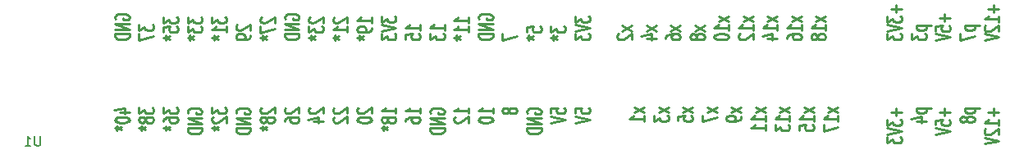
<source format=gbr>
G04 #@! TF.GenerationSoftware,KiCad,Pcbnew,(5.1.2)-1*
G04 #@! TF.CreationDate,2021-01-27T20:04:39+01:00*
G04 #@! TF.ProjectId,proto_simple,70726f74-6f5f-4736-996d-706c652e6b69,rev?*
G04 #@! TF.SameCoordinates,Original*
G04 #@! TF.FileFunction,Legend,Bot*
G04 #@! TF.FilePolarity,Positive*
%FSLAX46Y46*%
G04 Gerber Fmt 4.6, Leading zero omitted, Abs format (unit mm)*
G04 Created by KiCad (PCBNEW (5.1.2)-1) date 2021-01-27 20:04:39*
%MOMM*%
%LPD*%
G04 APERTURE LIST*
%ADD10C,0.250000*%
%ADD11C,0.150000*%
G04 APERTURE END LIST*
D10*
X57632971Y14960042D02*
X56632971Y14436233D01*
X56632971Y14960042D02*
X57632971Y14436233D01*
X57632971Y13531471D02*
X57632971Y14102900D01*
X57632971Y13817185D02*
X56132971Y13817185D01*
X56347257Y13912423D01*
X56490114Y14007661D01*
X56561542Y14102900D01*
X60132971Y14960042D02*
X59132971Y14436233D01*
X59132971Y14960042D02*
X60132971Y14436233D01*
X58632971Y14150519D02*
X58632971Y13531471D01*
X59204400Y13864804D01*
X59204400Y13721947D01*
X59275828Y13626709D01*
X59347257Y13579090D01*
X59490114Y13531471D01*
X59847257Y13531471D01*
X59990114Y13579090D01*
X60061542Y13626709D01*
X60132971Y13721947D01*
X60132971Y14007661D01*
X60061542Y14102900D01*
X59990114Y14150519D01*
X62632971Y14960042D02*
X61632971Y14436233D01*
X61632971Y14960042D02*
X62632971Y14436233D01*
X61132971Y13579090D02*
X61132971Y14055280D01*
X61847257Y14102900D01*
X61775828Y14055280D01*
X61704400Y13960042D01*
X61704400Y13721947D01*
X61775828Y13626709D01*
X61847257Y13579090D01*
X61990114Y13531471D01*
X62347257Y13531471D01*
X62490114Y13579090D01*
X62561542Y13626709D01*
X62632971Y13721947D01*
X62632971Y13960042D01*
X62561542Y14055280D01*
X62490114Y14102900D01*
X65132971Y14960042D02*
X64132971Y14436233D01*
X64132971Y14960042D02*
X65132971Y14436233D01*
X63632971Y14150519D02*
X63632971Y13483852D01*
X65132971Y13912423D01*
X67632971Y14960042D02*
X66632971Y14436233D01*
X66632971Y14960042D02*
X67632971Y14436233D01*
X67632971Y14007661D02*
X67632971Y13817185D01*
X67561542Y13721947D01*
X67490114Y13674328D01*
X67275828Y13579090D01*
X66990114Y13531471D01*
X66418685Y13531471D01*
X66275828Y13579090D01*
X66204400Y13626709D01*
X66132971Y13721947D01*
X66132971Y13912423D01*
X66204400Y14007661D01*
X66275828Y14055280D01*
X66418685Y14102900D01*
X66775828Y14102900D01*
X66918685Y14055280D01*
X66990114Y14007661D01*
X67061542Y13912423D01*
X67061542Y13721947D01*
X66990114Y13626709D01*
X66918685Y13579090D01*
X66775828Y13531471D01*
X70132971Y14960042D02*
X69132971Y14436233D01*
X69132971Y14960042D02*
X70132971Y14436233D01*
X70132971Y13531471D02*
X70132971Y14102900D01*
X70132971Y13817185D02*
X68632971Y13817185D01*
X68847257Y13912423D01*
X68990114Y14007661D01*
X69061542Y14102900D01*
X70132971Y12579090D02*
X70132971Y13150519D01*
X70132971Y12864804D02*
X68632971Y12864804D01*
X68847257Y12960042D01*
X68990114Y13055280D01*
X69061542Y13150519D01*
X72632971Y14960042D02*
X71632971Y14436233D01*
X71632971Y14960042D02*
X72632971Y14436233D01*
X72632971Y13531471D02*
X72632971Y14102900D01*
X72632971Y13817185D02*
X71132971Y13817185D01*
X71347257Y13912423D01*
X71490114Y14007661D01*
X71561542Y14102900D01*
X71132971Y13198138D02*
X71132971Y12579090D01*
X71704400Y12912423D01*
X71704400Y12769566D01*
X71775828Y12674328D01*
X71847257Y12626709D01*
X71990114Y12579090D01*
X72347257Y12579090D01*
X72490114Y12626709D01*
X72561542Y12674328D01*
X72632971Y12769566D01*
X72632971Y13055280D01*
X72561542Y13150519D01*
X72490114Y13198138D01*
X75132971Y14960042D02*
X74132971Y14436233D01*
X74132971Y14960042D02*
X75132971Y14436233D01*
X75132971Y13531471D02*
X75132971Y14102900D01*
X75132971Y13817185D02*
X73632971Y13817185D01*
X73847257Y13912423D01*
X73990114Y14007661D01*
X74061542Y14102900D01*
X73632971Y12626709D02*
X73632971Y13102900D01*
X74347257Y13150519D01*
X74275828Y13102900D01*
X74204400Y13007661D01*
X74204400Y12769566D01*
X74275828Y12674328D01*
X74347257Y12626709D01*
X74490114Y12579090D01*
X74847257Y12579090D01*
X74990114Y12626709D01*
X75061542Y12674328D01*
X75132971Y12769566D01*
X75132971Y13007661D01*
X75061542Y13102900D01*
X74990114Y13150519D01*
X77632971Y14960042D02*
X76632971Y14436233D01*
X76632971Y14960042D02*
X77632971Y14436233D01*
X77632971Y13531471D02*
X77632971Y14102900D01*
X77632971Y13817185D02*
X76132971Y13817185D01*
X76347257Y13912423D01*
X76490114Y14007661D01*
X76561542Y14102900D01*
X76132971Y13198138D02*
X76132971Y12531471D01*
X77632971Y12960042D01*
X83651542Y14864804D02*
X83651542Y14102900D01*
X84222971Y14483852D02*
X83080114Y14483852D01*
X82722971Y13721947D02*
X82722971Y13102900D01*
X83294400Y13436233D01*
X83294400Y13293376D01*
X83365828Y13198138D01*
X83437257Y13150519D01*
X83580114Y13102900D01*
X83937257Y13102900D01*
X84080114Y13150519D01*
X84151542Y13198138D01*
X84222971Y13293376D01*
X84222971Y13579090D01*
X84151542Y13674328D01*
X84080114Y13721947D01*
X82722971Y12817185D02*
X84222971Y12483852D01*
X82722971Y12150519D01*
X82722971Y11912423D02*
X82722971Y11293376D01*
X83294400Y11626709D01*
X83294400Y11483852D01*
X83365828Y11388614D01*
X83437257Y11340995D01*
X83580114Y11293376D01*
X83937257Y11293376D01*
X84080114Y11340995D01*
X84151542Y11388614D01*
X84222971Y11483852D01*
X84222971Y11769566D01*
X84151542Y11864804D01*
X84080114Y11912423D01*
X85722971Y14864804D02*
X87222971Y14864804D01*
X85794400Y14864804D02*
X85722971Y14769566D01*
X85722971Y14579090D01*
X85794400Y14483852D01*
X85865828Y14436233D01*
X86008685Y14388614D01*
X86437257Y14388614D01*
X86580114Y14436233D01*
X86651542Y14483852D01*
X86722971Y14579090D01*
X86722971Y14769566D01*
X86651542Y14864804D01*
X85722971Y13531471D02*
X86722971Y13531471D01*
X85151542Y13769566D02*
X86222971Y14007661D01*
X86222971Y13388614D01*
X88651542Y14864804D02*
X88651542Y14102900D01*
X89222971Y14483852D02*
X88080114Y14483852D01*
X87722971Y13150519D02*
X87722971Y13626709D01*
X88437257Y13674328D01*
X88365828Y13626709D01*
X88294400Y13531471D01*
X88294400Y13293376D01*
X88365828Y13198138D01*
X88437257Y13150519D01*
X88580114Y13102900D01*
X88937257Y13102900D01*
X89080114Y13150519D01*
X89151542Y13198138D01*
X89222971Y13293376D01*
X89222971Y13531471D01*
X89151542Y13626709D01*
X89080114Y13674328D01*
X87722971Y12817185D02*
X89222971Y12483852D01*
X87722971Y12150519D01*
X90722971Y14864804D02*
X92222971Y14864804D01*
X90794400Y14864804D02*
X90722971Y14769566D01*
X90722971Y14579090D01*
X90794400Y14483852D01*
X90865828Y14436233D01*
X91008685Y14388614D01*
X91437257Y14388614D01*
X91580114Y14436233D01*
X91651542Y14483852D01*
X91722971Y14579090D01*
X91722971Y14769566D01*
X91651542Y14864804D01*
X90865828Y13817185D02*
X90794400Y13912423D01*
X90722971Y13960042D01*
X90580114Y14007661D01*
X90508685Y14007661D01*
X90365828Y13960042D01*
X90294400Y13912423D01*
X90222971Y13817185D01*
X90222971Y13626709D01*
X90294400Y13531471D01*
X90365828Y13483852D01*
X90508685Y13436233D01*
X90580114Y13436233D01*
X90722971Y13483852D01*
X90794400Y13531471D01*
X90865828Y13626709D01*
X90865828Y13817185D01*
X90937257Y13912423D01*
X91008685Y13960042D01*
X91151542Y14007661D01*
X91437257Y14007661D01*
X91580114Y13960042D01*
X91651542Y13912423D01*
X91722971Y13817185D01*
X91722971Y13626709D01*
X91651542Y13531471D01*
X91580114Y13483852D01*
X91437257Y13436233D01*
X91151542Y13436233D01*
X91008685Y13483852D01*
X90937257Y13531471D01*
X90865828Y13626709D01*
X93651542Y14864804D02*
X93651542Y14102900D01*
X94222971Y14483852D02*
X93080114Y14483852D01*
X94222971Y13102900D02*
X94222971Y13674328D01*
X94222971Y13388614D02*
X92722971Y13388614D01*
X92937257Y13483852D01*
X93080114Y13579090D01*
X93151542Y13674328D01*
X92865828Y12721947D02*
X92794400Y12674328D01*
X92722971Y12579090D01*
X92722971Y12340995D01*
X92794400Y12245757D01*
X92865828Y12198138D01*
X93008685Y12150519D01*
X93151542Y12150519D01*
X93365828Y12198138D01*
X94222971Y12769566D01*
X94222971Y12150519D01*
X92722971Y11864804D02*
X94222971Y11531471D01*
X92722971Y11198138D01*
X83651542Y25539804D02*
X83651542Y24777900D01*
X84222971Y25158852D02*
X83080114Y25158852D01*
X82722971Y24396947D02*
X82722971Y23777900D01*
X83294400Y24111233D01*
X83294400Y23968376D01*
X83365828Y23873138D01*
X83437257Y23825519D01*
X83580114Y23777900D01*
X83937257Y23777900D01*
X84080114Y23825519D01*
X84151542Y23873138D01*
X84222971Y23968376D01*
X84222971Y24254090D01*
X84151542Y24349328D01*
X84080114Y24396947D01*
X82722971Y23492185D02*
X84222971Y23158852D01*
X82722971Y22825519D01*
X82722971Y22587423D02*
X82722971Y21968376D01*
X83294400Y22301709D01*
X83294400Y22158852D01*
X83365828Y22063614D01*
X83437257Y22015995D01*
X83580114Y21968376D01*
X83937257Y21968376D01*
X84080114Y22015995D01*
X84151542Y22063614D01*
X84222971Y22158852D01*
X84222971Y22444566D01*
X84151542Y22539804D01*
X84080114Y22587423D01*
X85722971Y23396947D02*
X87222971Y23396947D01*
X85794400Y23396947D02*
X85722971Y23301709D01*
X85722971Y23111233D01*
X85794400Y23015995D01*
X85865828Y22968376D01*
X86008685Y22920757D01*
X86437257Y22920757D01*
X86580114Y22968376D01*
X86651542Y23015995D01*
X86722971Y23111233D01*
X86722971Y23301709D01*
X86651542Y23396947D01*
X85222971Y22587423D02*
X85222971Y21968376D01*
X85794400Y22301709D01*
X85794400Y22158852D01*
X85865828Y22063614D01*
X85937257Y22015995D01*
X86080114Y21968376D01*
X86437257Y21968376D01*
X86580114Y22015995D01*
X86651542Y22063614D01*
X86722971Y22158852D01*
X86722971Y22444566D01*
X86651542Y22539804D01*
X86580114Y22587423D01*
X88651542Y24587423D02*
X88651542Y23825519D01*
X89222971Y24206471D02*
X88080114Y24206471D01*
X87722971Y22873138D02*
X87722971Y23349328D01*
X88437257Y23396947D01*
X88365828Y23349328D01*
X88294400Y23254090D01*
X88294400Y23015995D01*
X88365828Y22920757D01*
X88437257Y22873138D01*
X88580114Y22825519D01*
X88937257Y22825519D01*
X89080114Y22873138D01*
X89151542Y22920757D01*
X89222971Y23015995D01*
X89222971Y23254090D01*
X89151542Y23349328D01*
X89080114Y23396947D01*
X87722971Y22539804D02*
X89222971Y22206471D01*
X87722971Y21873138D01*
X90722971Y23396947D02*
X92222971Y23396947D01*
X90794400Y23396947D02*
X90722971Y23301709D01*
X90722971Y23111233D01*
X90794400Y23015995D01*
X90865828Y22968376D01*
X91008685Y22920757D01*
X91437257Y22920757D01*
X91580114Y22968376D01*
X91651542Y23015995D01*
X91722971Y23111233D01*
X91722971Y23301709D01*
X91651542Y23396947D01*
X90222971Y22587423D02*
X90222971Y21920757D01*
X91722971Y22349328D01*
X93651542Y25539804D02*
X93651542Y24777900D01*
X94222971Y25158852D02*
X93080114Y25158852D01*
X94222971Y23777900D02*
X94222971Y24349328D01*
X94222971Y24063614D02*
X92722971Y24063614D01*
X92937257Y24158852D01*
X93080114Y24254090D01*
X93151542Y24349328D01*
X92865828Y23396947D02*
X92794400Y23349328D01*
X92722971Y23254090D01*
X92722971Y23015995D01*
X92794400Y22920757D01*
X92865828Y22873138D01*
X93008685Y22825519D01*
X93151542Y22825519D01*
X93365828Y22873138D01*
X94222971Y23444566D01*
X94222971Y22825519D01*
X92722971Y22539804D02*
X94222971Y22206471D01*
X92722971Y21873138D01*
X56362971Y23396947D02*
X55362971Y22873138D01*
X55362971Y23396947D02*
X56362971Y22873138D01*
X55005828Y22539804D02*
X54934400Y22492185D01*
X54862971Y22396947D01*
X54862971Y22158852D01*
X54934400Y22063614D01*
X55005828Y22015995D01*
X55148685Y21968376D01*
X55291542Y21968376D01*
X55505828Y22015995D01*
X56362971Y22587423D01*
X56362971Y21968376D01*
X58862971Y23396947D02*
X57862971Y22873138D01*
X57862971Y23396947D02*
X58862971Y22873138D01*
X57862971Y22063614D02*
X58862971Y22063614D01*
X57291542Y22301709D02*
X58362971Y22539804D01*
X58362971Y21920757D01*
X61362971Y23396947D02*
X60362971Y22873138D01*
X60362971Y23396947D02*
X61362971Y22873138D01*
X59862971Y22063614D02*
X59862971Y22254090D01*
X59934400Y22349328D01*
X60005828Y22396947D01*
X60220114Y22492185D01*
X60505828Y22539804D01*
X61077257Y22539804D01*
X61220114Y22492185D01*
X61291542Y22444566D01*
X61362971Y22349328D01*
X61362971Y22158852D01*
X61291542Y22063614D01*
X61220114Y22015995D01*
X61077257Y21968376D01*
X60720114Y21968376D01*
X60577257Y22015995D01*
X60505828Y22063614D01*
X60434400Y22158852D01*
X60434400Y22349328D01*
X60505828Y22444566D01*
X60577257Y22492185D01*
X60720114Y22539804D01*
X63862971Y23396947D02*
X62862971Y22873138D01*
X62862971Y23396947D02*
X63862971Y22873138D01*
X63005828Y22349328D02*
X62934400Y22444566D01*
X62862971Y22492185D01*
X62720114Y22539804D01*
X62648685Y22539804D01*
X62505828Y22492185D01*
X62434400Y22444566D01*
X62362971Y22349328D01*
X62362971Y22158852D01*
X62434400Y22063614D01*
X62505828Y22015995D01*
X62648685Y21968376D01*
X62720114Y21968376D01*
X62862971Y22015995D01*
X62934400Y22063614D01*
X63005828Y22158852D01*
X63005828Y22349328D01*
X63077257Y22444566D01*
X63148685Y22492185D01*
X63291542Y22539804D01*
X63577257Y22539804D01*
X63720114Y22492185D01*
X63791542Y22444566D01*
X63862971Y22349328D01*
X63862971Y22158852D01*
X63791542Y22063614D01*
X63720114Y22015995D01*
X63577257Y21968376D01*
X63291542Y21968376D01*
X63148685Y22015995D01*
X63077257Y22063614D01*
X63005828Y22158852D01*
X66362971Y24349328D02*
X65362971Y23825519D01*
X65362971Y24349328D02*
X66362971Y23825519D01*
X66362971Y22920757D02*
X66362971Y23492185D01*
X66362971Y23206471D02*
X64862971Y23206471D01*
X65077257Y23301709D01*
X65220114Y23396947D01*
X65291542Y23492185D01*
X64862971Y22301709D02*
X64862971Y22206471D01*
X64934400Y22111233D01*
X65005828Y22063614D01*
X65148685Y22015995D01*
X65434400Y21968376D01*
X65791542Y21968376D01*
X66077257Y22015995D01*
X66220114Y22063614D01*
X66291542Y22111233D01*
X66362971Y22206471D01*
X66362971Y22301709D01*
X66291542Y22396947D01*
X66220114Y22444566D01*
X66077257Y22492185D01*
X65791542Y22539804D01*
X65434400Y22539804D01*
X65148685Y22492185D01*
X65005828Y22444566D01*
X64934400Y22396947D01*
X64862971Y22301709D01*
X68862971Y24349328D02*
X67862971Y23825519D01*
X67862971Y24349328D02*
X68862971Y23825519D01*
X68862971Y22920757D02*
X68862971Y23492185D01*
X68862971Y23206471D02*
X67362971Y23206471D01*
X67577257Y23301709D01*
X67720114Y23396947D01*
X67791542Y23492185D01*
X67505828Y22539804D02*
X67434400Y22492185D01*
X67362971Y22396947D01*
X67362971Y22158852D01*
X67434400Y22063614D01*
X67505828Y22015995D01*
X67648685Y21968376D01*
X67791542Y21968376D01*
X68005828Y22015995D01*
X68862971Y22587423D01*
X68862971Y21968376D01*
X71362971Y24349328D02*
X70362971Y23825519D01*
X70362971Y24349328D02*
X71362971Y23825519D01*
X71362971Y22920757D02*
X71362971Y23492185D01*
X71362971Y23206471D02*
X69862971Y23206471D01*
X70077257Y23301709D01*
X70220114Y23396947D01*
X70291542Y23492185D01*
X70362971Y22063614D02*
X71362971Y22063614D01*
X69791542Y22301709D02*
X70862971Y22539804D01*
X70862971Y21920757D01*
X73862971Y24349328D02*
X72862971Y23825519D01*
X72862971Y24349328D02*
X73862971Y23825519D01*
X73862971Y22920757D02*
X73862971Y23492185D01*
X73862971Y23206471D02*
X72362971Y23206471D01*
X72577257Y23301709D01*
X72720114Y23396947D01*
X72791542Y23492185D01*
X72362971Y22063614D02*
X72362971Y22254090D01*
X72434400Y22349328D01*
X72505828Y22396947D01*
X72720114Y22492185D01*
X73005828Y22539804D01*
X73577257Y22539804D01*
X73720114Y22492185D01*
X73791542Y22444566D01*
X73862971Y22349328D01*
X73862971Y22158852D01*
X73791542Y22063614D01*
X73720114Y22015995D01*
X73577257Y21968376D01*
X73220114Y21968376D01*
X73077257Y22015995D01*
X73005828Y22063614D01*
X72934400Y22158852D01*
X72934400Y22349328D01*
X73005828Y22444566D01*
X73077257Y22492185D01*
X73220114Y22539804D01*
X76362971Y24349328D02*
X75362971Y23825519D01*
X75362971Y24349328D02*
X76362971Y23825519D01*
X76362971Y22920757D02*
X76362971Y23492185D01*
X76362971Y23206471D02*
X74862971Y23206471D01*
X75077257Y23301709D01*
X75220114Y23396947D01*
X75291542Y23492185D01*
X75505828Y22349328D02*
X75434400Y22444566D01*
X75362971Y22492185D01*
X75220114Y22539804D01*
X75148685Y22539804D01*
X75005828Y22492185D01*
X74934400Y22444566D01*
X74862971Y22349328D01*
X74862971Y22158852D01*
X74934400Y22063614D01*
X75005828Y22015995D01*
X75148685Y21968376D01*
X75220114Y21968376D01*
X75362971Y22015995D01*
X75434400Y22063614D01*
X75505828Y22158852D01*
X75505828Y22349328D01*
X75577257Y22444566D01*
X75648685Y22492185D01*
X75791542Y22539804D01*
X76077257Y22539804D01*
X76220114Y22492185D01*
X76291542Y22444566D01*
X76362971Y22349328D01*
X76362971Y22158852D01*
X76291542Y22063614D01*
X76220114Y22015995D01*
X76077257Y21968376D01*
X75791542Y21968376D01*
X75648685Y22015995D01*
X75577257Y22063614D01*
X75505828Y22158852D01*
X3084400Y24063614D02*
X3012971Y24158852D01*
X3012971Y24301709D01*
X3084400Y24444566D01*
X3227257Y24539804D01*
X3370114Y24587423D01*
X3655828Y24635042D01*
X3870114Y24635042D01*
X4155828Y24587423D01*
X4298685Y24539804D01*
X4441542Y24444566D01*
X4512971Y24301709D01*
X4512971Y24206471D01*
X4441542Y24063614D01*
X4370114Y24015995D01*
X3870114Y24015995D01*
X3870114Y24206471D01*
X4512971Y23587423D02*
X3012971Y23587423D01*
X4512971Y23015995D01*
X3012971Y23015995D01*
X4512971Y22539804D02*
X3012971Y22539804D01*
X3012971Y22301709D01*
X3084400Y22158852D01*
X3227257Y22063614D01*
X3370114Y22015995D01*
X3655828Y21968376D01*
X3870114Y21968376D01*
X4155828Y22015995D01*
X4298685Y22063614D01*
X4441542Y22158852D01*
X4512971Y22301709D01*
X4512971Y22539804D01*
X5512971Y23539804D02*
X5512971Y22920757D01*
X6084400Y23254090D01*
X6084400Y23111233D01*
X6155828Y23015995D01*
X6227257Y22968376D01*
X6370114Y22920757D01*
X6727257Y22920757D01*
X6870114Y22968376D01*
X6941542Y23015995D01*
X7012971Y23111233D01*
X7012971Y23396947D01*
X6941542Y23492185D01*
X6870114Y23539804D01*
X5512971Y22587423D02*
X5512971Y21920757D01*
X7012971Y22349328D01*
X8012971Y24301709D02*
X8012971Y23682661D01*
X8584400Y24015995D01*
X8584400Y23873138D01*
X8655828Y23777900D01*
X8727257Y23730280D01*
X8870114Y23682661D01*
X9227257Y23682661D01*
X9370114Y23730280D01*
X9441542Y23777900D01*
X9512971Y23873138D01*
X9512971Y24158852D01*
X9441542Y24254090D01*
X9370114Y24301709D01*
X8012971Y22777900D02*
X8012971Y23254090D01*
X8727257Y23301709D01*
X8655828Y23254090D01*
X8584400Y23158852D01*
X8584400Y22920757D01*
X8655828Y22825519D01*
X8727257Y22777900D01*
X8870114Y22730280D01*
X9227257Y22730280D01*
X9370114Y22777900D01*
X9441542Y22825519D01*
X9512971Y22920757D01*
X9512971Y23158852D01*
X9441542Y23254090D01*
X9370114Y23301709D01*
X8012971Y22158852D02*
X8370114Y22158852D01*
X8227257Y22396947D02*
X8370114Y22158852D01*
X8227257Y21920757D01*
X8655828Y22301709D02*
X8370114Y22158852D01*
X8655828Y22015995D01*
X10512971Y24301709D02*
X10512971Y23682661D01*
X11084400Y24015995D01*
X11084400Y23873138D01*
X11155828Y23777900D01*
X11227257Y23730280D01*
X11370114Y23682661D01*
X11727257Y23682661D01*
X11870114Y23730280D01*
X11941542Y23777900D01*
X12012971Y23873138D01*
X12012971Y24158852D01*
X11941542Y24254090D01*
X11870114Y24301709D01*
X10512971Y23349328D02*
X10512971Y22730280D01*
X11084400Y23063614D01*
X11084400Y22920757D01*
X11155828Y22825519D01*
X11227257Y22777900D01*
X11370114Y22730280D01*
X11727257Y22730280D01*
X11870114Y22777900D01*
X11941542Y22825519D01*
X12012971Y22920757D01*
X12012971Y23206471D01*
X11941542Y23301709D01*
X11870114Y23349328D01*
X10512971Y22158852D02*
X10870114Y22158852D01*
X10727257Y22396947D02*
X10870114Y22158852D01*
X10727257Y21920757D01*
X11155828Y22301709D02*
X10870114Y22158852D01*
X11155828Y22015995D01*
X13012971Y24301709D02*
X13012971Y23682661D01*
X13584400Y24015995D01*
X13584400Y23873138D01*
X13655828Y23777900D01*
X13727257Y23730280D01*
X13870114Y23682661D01*
X14227257Y23682661D01*
X14370114Y23730280D01*
X14441542Y23777900D01*
X14512971Y23873138D01*
X14512971Y24158852D01*
X14441542Y24254090D01*
X14370114Y24301709D01*
X14512971Y22730280D02*
X14512971Y23301709D01*
X14512971Y23015995D02*
X13012971Y23015995D01*
X13227257Y23111233D01*
X13370114Y23206471D01*
X13441542Y23301709D01*
X13012971Y22158852D02*
X13370114Y22158852D01*
X13227257Y22396947D02*
X13370114Y22158852D01*
X13227257Y21920757D01*
X13655828Y22301709D02*
X13370114Y22158852D01*
X13655828Y22015995D01*
X15655828Y23492185D02*
X15584400Y23444566D01*
X15512971Y23349328D01*
X15512971Y23111233D01*
X15584400Y23015995D01*
X15655828Y22968376D01*
X15798685Y22920757D01*
X15941542Y22920757D01*
X16155828Y22968376D01*
X17012971Y23539804D01*
X17012971Y22920757D01*
X17012971Y22444566D02*
X17012971Y22254090D01*
X16941542Y22158852D01*
X16870114Y22111233D01*
X16655828Y22015995D01*
X16370114Y21968376D01*
X15798685Y21968376D01*
X15655828Y22015995D01*
X15584400Y22063614D01*
X15512971Y22158852D01*
X15512971Y22349328D01*
X15584400Y22444566D01*
X15655828Y22492185D01*
X15798685Y22539804D01*
X16155828Y22539804D01*
X16298685Y22492185D01*
X16370114Y22444566D01*
X16441542Y22349328D01*
X16441542Y22158852D01*
X16370114Y22063614D01*
X16298685Y22015995D01*
X16155828Y21968376D01*
X18155828Y24254090D02*
X18084400Y24206471D01*
X18012971Y24111233D01*
X18012971Y23873138D01*
X18084400Y23777900D01*
X18155828Y23730280D01*
X18298685Y23682661D01*
X18441542Y23682661D01*
X18655828Y23730280D01*
X19512971Y24301709D01*
X19512971Y23682661D01*
X18012971Y23349328D02*
X18012971Y22682661D01*
X19512971Y23111233D01*
X18012971Y22158852D02*
X18370114Y22158852D01*
X18227257Y22396947D02*
X18370114Y22158852D01*
X18227257Y21920757D01*
X18655828Y22301709D02*
X18370114Y22158852D01*
X18655828Y22015995D01*
X20584400Y24063614D02*
X20512971Y24158852D01*
X20512971Y24301709D01*
X20584400Y24444566D01*
X20727257Y24539804D01*
X20870114Y24587423D01*
X21155828Y24635042D01*
X21370114Y24635042D01*
X21655828Y24587423D01*
X21798685Y24539804D01*
X21941542Y24444566D01*
X22012971Y24301709D01*
X22012971Y24206471D01*
X21941542Y24063614D01*
X21870114Y24015995D01*
X21370114Y24015995D01*
X21370114Y24206471D01*
X22012971Y23587423D02*
X20512971Y23587423D01*
X22012971Y23015995D01*
X20512971Y23015995D01*
X22012971Y22539804D02*
X20512971Y22539804D01*
X20512971Y22301709D01*
X20584400Y22158852D01*
X20727257Y22063614D01*
X20870114Y22015995D01*
X21155828Y21968376D01*
X21370114Y21968376D01*
X21655828Y22015995D01*
X21798685Y22063614D01*
X21941542Y22158852D01*
X22012971Y22301709D01*
X22012971Y22539804D01*
X23155828Y24254090D02*
X23084400Y24206471D01*
X23012971Y24111233D01*
X23012971Y23873138D01*
X23084400Y23777900D01*
X23155828Y23730280D01*
X23298685Y23682661D01*
X23441542Y23682661D01*
X23655828Y23730280D01*
X24512971Y24301709D01*
X24512971Y23682661D01*
X23012971Y23349328D02*
X23012971Y22730280D01*
X23584400Y23063614D01*
X23584400Y22920757D01*
X23655828Y22825519D01*
X23727257Y22777900D01*
X23870114Y22730280D01*
X24227257Y22730280D01*
X24370114Y22777900D01*
X24441542Y22825519D01*
X24512971Y22920757D01*
X24512971Y23206471D01*
X24441542Y23301709D01*
X24370114Y23349328D01*
X23012971Y22158852D02*
X23370114Y22158852D01*
X23227257Y22396947D02*
X23370114Y22158852D01*
X23227257Y21920757D01*
X23655828Y22301709D02*
X23370114Y22158852D01*
X23655828Y22015995D01*
X25655828Y24254090D02*
X25584400Y24206471D01*
X25512971Y24111233D01*
X25512971Y23873138D01*
X25584400Y23777900D01*
X25655828Y23730280D01*
X25798685Y23682661D01*
X25941542Y23682661D01*
X26155828Y23730280D01*
X27012971Y24301709D01*
X27012971Y23682661D01*
X27012971Y22730280D02*
X27012971Y23301709D01*
X27012971Y23015995D02*
X25512971Y23015995D01*
X25727257Y23111233D01*
X25870114Y23206471D01*
X25941542Y23301709D01*
X25512971Y22158852D02*
X25870114Y22158852D01*
X25727257Y22396947D02*
X25870114Y22158852D01*
X25727257Y21920757D01*
X26155828Y22301709D02*
X25870114Y22158852D01*
X26155828Y22015995D01*
X29512971Y23682661D02*
X29512971Y24254090D01*
X29512971Y23968376D02*
X28012971Y23968376D01*
X28227257Y24063614D01*
X28370114Y24158852D01*
X28441542Y24254090D01*
X29512971Y23206471D02*
X29512971Y23015995D01*
X29441542Y22920757D01*
X29370114Y22873138D01*
X29155828Y22777900D01*
X28870114Y22730280D01*
X28298685Y22730280D01*
X28155828Y22777900D01*
X28084400Y22825519D01*
X28012971Y22920757D01*
X28012971Y23111233D01*
X28084400Y23206471D01*
X28155828Y23254090D01*
X28298685Y23301709D01*
X28655828Y23301709D01*
X28798685Y23254090D01*
X28870114Y23206471D01*
X28941542Y23111233D01*
X28941542Y22920757D01*
X28870114Y22825519D01*
X28798685Y22777900D01*
X28655828Y22730280D01*
X28012971Y22158852D02*
X28370114Y22158852D01*
X28227257Y22396947D02*
X28370114Y22158852D01*
X28227257Y21920757D01*
X28655828Y22301709D02*
X28370114Y22158852D01*
X28655828Y22015995D01*
X30512971Y24396947D02*
X30512971Y23777900D01*
X31084400Y24111233D01*
X31084400Y23968376D01*
X31155828Y23873138D01*
X31227257Y23825519D01*
X31370114Y23777900D01*
X31727257Y23777900D01*
X31870114Y23825519D01*
X31941542Y23873138D01*
X32012971Y23968376D01*
X32012971Y24254090D01*
X31941542Y24349328D01*
X31870114Y24396947D01*
X30512971Y23492185D02*
X32012971Y23158852D01*
X30512971Y22825519D01*
X30512971Y22587423D02*
X30512971Y21968376D01*
X31084400Y22301709D01*
X31084400Y22158852D01*
X31155828Y22063614D01*
X31227257Y22015995D01*
X31370114Y21968376D01*
X31727257Y21968376D01*
X31870114Y22015995D01*
X31941542Y22063614D01*
X32012971Y22158852D01*
X32012971Y22444566D01*
X31941542Y22539804D01*
X31870114Y22587423D01*
X34512971Y22920757D02*
X34512971Y23492185D01*
X34512971Y23206471D02*
X33012971Y23206471D01*
X33227257Y23301709D01*
X33370114Y23396947D01*
X33441542Y23492185D01*
X33012971Y22015995D02*
X33012971Y22492185D01*
X33727257Y22539804D01*
X33655828Y22492185D01*
X33584400Y22396947D01*
X33584400Y22158852D01*
X33655828Y22063614D01*
X33727257Y22015995D01*
X33870114Y21968376D01*
X34227257Y21968376D01*
X34370114Y22015995D01*
X34441542Y22063614D01*
X34512971Y22158852D01*
X34512971Y22396947D01*
X34441542Y22492185D01*
X34370114Y22539804D01*
X37012971Y22920757D02*
X37012971Y23492185D01*
X37012971Y23206471D02*
X35512971Y23206471D01*
X35727257Y23301709D01*
X35870114Y23396947D01*
X35941542Y23492185D01*
X35512971Y22587423D02*
X35512971Y21968376D01*
X36084400Y22301709D01*
X36084400Y22158852D01*
X36155828Y22063614D01*
X36227257Y22015995D01*
X36370114Y21968376D01*
X36727257Y21968376D01*
X36870114Y22015995D01*
X36941542Y22063614D01*
X37012971Y22158852D01*
X37012971Y22444566D01*
X36941542Y22539804D01*
X36870114Y22587423D01*
X39512971Y23682661D02*
X39512971Y24254090D01*
X39512971Y23968376D02*
X38012971Y23968376D01*
X38227257Y24063614D01*
X38370114Y24158852D01*
X38441542Y24254090D01*
X39512971Y22730280D02*
X39512971Y23301709D01*
X39512971Y23015995D02*
X38012971Y23015995D01*
X38227257Y23111233D01*
X38370114Y23206471D01*
X38441542Y23301709D01*
X38012971Y22158852D02*
X38370114Y22158852D01*
X38227257Y22396947D02*
X38370114Y22158852D01*
X38227257Y21920757D01*
X38655828Y22301709D02*
X38370114Y22158852D01*
X38655828Y22015995D01*
X40584400Y24063614D02*
X40512971Y24158852D01*
X40512971Y24301709D01*
X40584400Y24444566D01*
X40727257Y24539804D01*
X40870114Y24587423D01*
X41155828Y24635042D01*
X41370114Y24635042D01*
X41655828Y24587423D01*
X41798685Y24539804D01*
X41941542Y24444566D01*
X42012971Y24301709D01*
X42012971Y24206471D01*
X41941542Y24063614D01*
X41870114Y24015995D01*
X41370114Y24015995D01*
X41370114Y24206471D01*
X42012971Y23587423D02*
X40512971Y23587423D01*
X42012971Y23015995D01*
X40512971Y23015995D01*
X42012971Y22539804D02*
X40512971Y22539804D01*
X40512971Y22301709D01*
X40584400Y22158852D01*
X40727257Y22063614D01*
X40870114Y22015995D01*
X41155828Y21968376D01*
X41370114Y21968376D01*
X41655828Y22015995D01*
X41798685Y22063614D01*
X41941542Y22158852D01*
X42012971Y22301709D01*
X42012971Y22539804D01*
X43012971Y22587423D02*
X43012971Y21920757D01*
X44512971Y22349328D01*
X45512971Y22777900D02*
X45512971Y23254090D01*
X46227257Y23301709D01*
X46155828Y23254090D01*
X46084400Y23158852D01*
X46084400Y22920757D01*
X46155828Y22825519D01*
X46227257Y22777900D01*
X46370114Y22730280D01*
X46727257Y22730280D01*
X46870114Y22777900D01*
X46941542Y22825519D01*
X47012971Y22920757D01*
X47012971Y23158852D01*
X46941542Y23254090D01*
X46870114Y23301709D01*
X45512971Y22158852D02*
X45870114Y22158852D01*
X45727257Y22396947D02*
X45870114Y22158852D01*
X45727257Y21920757D01*
X46155828Y22301709D02*
X45870114Y22158852D01*
X46155828Y22015995D01*
X48012971Y23349328D02*
X48012971Y22730280D01*
X48584400Y23063614D01*
X48584400Y22920757D01*
X48655828Y22825519D01*
X48727257Y22777900D01*
X48870114Y22730280D01*
X49227257Y22730280D01*
X49370114Y22777900D01*
X49441542Y22825519D01*
X49512971Y22920757D01*
X49512971Y23206471D01*
X49441542Y23301709D01*
X49370114Y23349328D01*
X48012971Y22158852D02*
X48370114Y22158852D01*
X48227257Y22396947D02*
X48370114Y22158852D01*
X48227257Y21920757D01*
X48655828Y22301709D02*
X48370114Y22158852D01*
X48655828Y22015995D01*
X50512971Y24396947D02*
X50512971Y23777900D01*
X51084400Y24111233D01*
X51084400Y23968376D01*
X51155828Y23873138D01*
X51227257Y23825519D01*
X51370114Y23777900D01*
X51727257Y23777900D01*
X51870114Y23825519D01*
X51941542Y23873138D01*
X52012971Y23968376D01*
X52012971Y24254090D01*
X51941542Y24349328D01*
X51870114Y24396947D01*
X50512971Y23492185D02*
X52012971Y23158852D01*
X50512971Y22825519D01*
X50512971Y22587423D02*
X50512971Y21968376D01*
X51084400Y22301709D01*
X51084400Y22158852D01*
X51155828Y22063614D01*
X51227257Y22015995D01*
X51370114Y21968376D01*
X51727257Y21968376D01*
X51870114Y22015995D01*
X51941542Y22063614D01*
X52012971Y22158852D01*
X52012971Y22444566D01*
X51941542Y22539804D01*
X51870114Y22587423D01*
X3512971Y14436233D02*
X4512971Y14436233D01*
X2941542Y14674328D02*
X4012971Y14912423D01*
X4012971Y14293376D01*
X3012971Y13721947D02*
X3012971Y13626709D01*
X3084400Y13531471D01*
X3155828Y13483852D01*
X3298685Y13436233D01*
X3584400Y13388614D01*
X3941542Y13388614D01*
X4227257Y13436233D01*
X4370114Y13483852D01*
X4441542Y13531471D01*
X4512971Y13626709D01*
X4512971Y13721947D01*
X4441542Y13817185D01*
X4370114Y13864804D01*
X4227257Y13912423D01*
X3941542Y13960042D01*
X3584400Y13960042D01*
X3298685Y13912423D01*
X3155828Y13864804D01*
X3084400Y13817185D01*
X3012971Y13721947D01*
X3012971Y12817185D02*
X3370114Y12817185D01*
X3227257Y13055280D02*
X3370114Y12817185D01*
X3227257Y12579090D01*
X3655828Y12960042D02*
X3370114Y12817185D01*
X3655828Y12674328D01*
X5512971Y14960042D02*
X5512971Y14340995D01*
X6084400Y14674328D01*
X6084400Y14531471D01*
X6155828Y14436233D01*
X6227257Y14388614D01*
X6370114Y14340995D01*
X6727257Y14340995D01*
X6870114Y14388614D01*
X6941542Y14436233D01*
X7012971Y14531471D01*
X7012971Y14817185D01*
X6941542Y14912423D01*
X6870114Y14960042D01*
X6155828Y13769566D02*
X6084400Y13864804D01*
X6012971Y13912423D01*
X5870114Y13960042D01*
X5798685Y13960042D01*
X5655828Y13912423D01*
X5584400Y13864804D01*
X5512971Y13769566D01*
X5512971Y13579090D01*
X5584400Y13483852D01*
X5655828Y13436233D01*
X5798685Y13388614D01*
X5870114Y13388614D01*
X6012971Y13436233D01*
X6084400Y13483852D01*
X6155828Y13579090D01*
X6155828Y13769566D01*
X6227257Y13864804D01*
X6298685Y13912423D01*
X6441542Y13960042D01*
X6727257Y13960042D01*
X6870114Y13912423D01*
X6941542Y13864804D01*
X7012971Y13769566D01*
X7012971Y13579090D01*
X6941542Y13483852D01*
X6870114Y13436233D01*
X6727257Y13388614D01*
X6441542Y13388614D01*
X6298685Y13436233D01*
X6227257Y13483852D01*
X6155828Y13579090D01*
X5512971Y12817185D02*
X5870114Y12817185D01*
X5727257Y13055280D02*
X5870114Y12817185D01*
X5727257Y12579090D01*
X6155828Y12960042D02*
X5870114Y12817185D01*
X6155828Y12674328D01*
X8012971Y14960042D02*
X8012971Y14340995D01*
X8584400Y14674328D01*
X8584400Y14531471D01*
X8655828Y14436233D01*
X8727257Y14388614D01*
X8870114Y14340995D01*
X9227257Y14340995D01*
X9370114Y14388614D01*
X9441542Y14436233D01*
X9512971Y14531471D01*
X9512971Y14817185D01*
X9441542Y14912423D01*
X9370114Y14960042D01*
X8012971Y13483852D02*
X8012971Y13674328D01*
X8084400Y13769566D01*
X8155828Y13817185D01*
X8370114Y13912423D01*
X8655828Y13960042D01*
X9227257Y13960042D01*
X9370114Y13912423D01*
X9441542Y13864804D01*
X9512971Y13769566D01*
X9512971Y13579090D01*
X9441542Y13483852D01*
X9370114Y13436233D01*
X9227257Y13388614D01*
X8870114Y13388614D01*
X8727257Y13436233D01*
X8655828Y13483852D01*
X8584400Y13579090D01*
X8584400Y13769566D01*
X8655828Y13864804D01*
X8727257Y13912423D01*
X8870114Y13960042D01*
X8012971Y12817185D02*
X8370114Y12817185D01*
X8227257Y13055280D02*
X8370114Y12817185D01*
X8227257Y12579090D01*
X8655828Y12960042D02*
X8370114Y12817185D01*
X8655828Y12674328D01*
X10584400Y14340995D02*
X10512971Y14436233D01*
X10512971Y14579090D01*
X10584400Y14721947D01*
X10727257Y14817185D01*
X10870114Y14864804D01*
X11155828Y14912423D01*
X11370114Y14912423D01*
X11655828Y14864804D01*
X11798685Y14817185D01*
X11941542Y14721947D01*
X12012971Y14579090D01*
X12012971Y14483852D01*
X11941542Y14340995D01*
X11870114Y14293376D01*
X11370114Y14293376D01*
X11370114Y14483852D01*
X12012971Y13864804D02*
X10512971Y13864804D01*
X12012971Y13293376D01*
X10512971Y13293376D01*
X12012971Y12817185D02*
X10512971Y12817185D01*
X10512971Y12579090D01*
X10584400Y12436233D01*
X10727257Y12340995D01*
X10870114Y12293376D01*
X11155828Y12245757D01*
X11370114Y12245757D01*
X11655828Y12293376D01*
X11798685Y12340995D01*
X11941542Y12436233D01*
X12012971Y12579090D01*
X12012971Y12817185D01*
X13012971Y14960042D02*
X13012971Y14340995D01*
X13584400Y14674328D01*
X13584400Y14531471D01*
X13655828Y14436233D01*
X13727257Y14388614D01*
X13870114Y14340995D01*
X14227257Y14340995D01*
X14370114Y14388614D01*
X14441542Y14436233D01*
X14512971Y14531471D01*
X14512971Y14817185D01*
X14441542Y14912423D01*
X14370114Y14960042D01*
X13155828Y13960042D02*
X13084400Y13912423D01*
X13012971Y13817185D01*
X13012971Y13579090D01*
X13084400Y13483852D01*
X13155828Y13436233D01*
X13298685Y13388614D01*
X13441542Y13388614D01*
X13655828Y13436233D01*
X14512971Y14007661D01*
X14512971Y13388614D01*
X13012971Y12817185D02*
X13370114Y12817185D01*
X13227257Y13055280D02*
X13370114Y12817185D01*
X13227257Y12579090D01*
X13655828Y12960042D02*
X13370114Y12817185D01*
X13655828Y12674328D01*
X15584400Y14340995D02*
X15512971Y14436233D01*
X15512971Y14579090D01*
X15584400Y14721947D01*
X15727257Y14817185D01*
X15870114Y14864804D01*
X16155828Y14912423D01*
X16370114Y14912423D01*
X16655828Y14864804D01*
X16798685Y14817185D01*
X16941542Y14721947D01*
X17012971Y14579090D01*
X17012971Y14483852D01*
X16941542Y14340995D01*
X16870114Y14293376D01*
X16370114Y14293376D01*
X16370114Y14483852D01*
X17012971Y13864804D02*
X15512971Y13864804D01*
X17012971Y13293376D01*
X15512971Y13293376D01*
X17012971Y12817185D02*
X15512971Y12817185D01*
X15512971Y12579090D01*
X15584400Y12436233D01*
X15727257Y12340995D01*
X15870114Y12293376D01*
X16155828Y12245757D01*
X16370114Y12245757D01*
X16655828Y12293376D01*
X16798685Y12340995D01*
X16941542Y12436233D01*
X17012971Y12579090D01*
X17012971Y12817185D01*
X18155828Y14912423D02*
X18084400Y14864804D01*
X18012971Y14769566D01*
X18012971Y14531471D01*
X18084400Y14436233D01*
X18155828Y14388614D01*
X18298685Y14340995D01*
X18441542Y14340995D01*
X18655828Y14388614D01*
X19512971Y14960042D01*
X19512971Y14340995D01*
X18655828Y13769566D02*
X18584400Y13864804D01*
X18512971Y13912423D01*
X18370114Y13960042D01*
X18298685Y13960042D01*
X18155828Y13912423D01*
X18084400Y13864804D01*
X18012971Y13769566D01*
X18012971Y13579090D01*
X18084400Y13483852D01*
X18155828Y13436233D01*
X18298685Y13388614D01*
X18370114Y13388614D01*
X18512971Y13436233D01*
X18584400Y13483852D01*
X18655828Y13579090D01*
X18655828Y13769566D01*
X18727257Y13864804D01*
X18798685Y13912423D01*
X18941542Y13960042D01*
X19227257Y13960042D01*
X19370114Y13912423D01*
X19441542Y13864804D01*
X19512971Y13769566D01*
X19512971Y13579090D01*
X19441542Y13483852D01*
X19370114Y13436233D01*
X19227257Y13388614D01*
X18941542Y13388614D01*
X18798685Y13436233D01*
X18727257Y13483852D01*
X18655828Y13579090D01*
X18012971Y12817185D02*
X18370114Y12817185D01*
X18227257Y13055280D02*
X18370114Y12817185D01*
X18227257Y12579090D01*
X18655828Y12960042D02*
X18370114Y12817185D01*
X18655828Y12674328D01*
X20655828Y14912423D02*
X20584400Y14864804D01*
X20512971Y14769566D01*
X20512971Y14531471D01*
X20584400Y14436233D01*
X20655828Y14388614D01*
X20798685Y14340995D01*
X20941542Y14340995D01*
X21155828Y14388614D01*
X22012971Y14960042D01*
X22012971Y14340995D01*
X20512971Y13483852D02*
X20512971Y13674328D01*
X20584400Y13769566D01*
X20655828Y13817185D01*
X20870114Y13912423D01*
X21155828Y13960042D01*
X21727257Y13960042D01*
X21870114Y13912423D01*
X21941542Y13864804D01*
X22012971Y13769566D01*
X22012971Y13579090D01*
X21941542Y13483852D01*
X21870114Y13436233D01*
X21727257Y13388614D01*
X21370114Y13388614D01*
X21227257Y13436233D01*
X21155828Y13483852D01*
X21084400Y13579090D01*
X21084400Y13769566D01*
X21155828Y13864804D01*
X21227257Y13912423D01*
X21370114Y13960042D01*
X23155828Y14912423D02*
X23084400Y14864804D01*
X23012971Y14769566D01*
X23012971Y14531471D01*
X23084400Y14436233D01*
X23155828Y14388614D01*
X23298685Y14340995D01*
X23441542Y14340995D01*
X23655828Y14388614D01*
X24512971Y14960042D01*
X24512971Y14340995D01*
X23512971Y13483852D02*
X24512971Y13483852D01*
X22941542Y13721947D02*
X24012971Y13960042D01*
X24012971Y13340995D01*
X25655828Y14912423D02*
X25584400Y14864804D01*
X25512971Y14769566D01*
X25512971Y14531471D01*
X25584400Y14436233D01*
X25655828Y14388614D01*
X25798685Y14340995D01*
X25941542Y14340995D01*
X26155828Y14388614D01*
X27012971Y14960042D01*
X27012971Y14340995D01*
X25655828Y13960042D02*
X25584400Y13912423D01*
X25512971Y13817185D01*
X25512971Y13579090D01*
X25584400Y13483852D01*
X25655828Y13436233D01*
X25798685Y13388614D01*
X25941542Y13388614D01*
X26155828Y13436233D01*
X27012971Y14007661D01*
X27012971Y13388614D01*
X28155828Y14912423D02*
X28084400Y14864804D01*
X28012971Y14769566D01*
X28012971Y14531471D01*
X28084400Y14436233D01*
X28155828Y14388614D01*
X28298685Y14340995D01*
X28441542Y14340995D01*
X28655828Y14388614D01*
X29512971Y14960042D01*
X29512971Y14340995D01*
X28012971Y13721947D02*
X28012971Y13626709D01*
X28084400Y13531471D01*
X28155828Y13483852D01*
X28298685Y13436233D01*
X28584400Y13388614D01*
X28941542Y13388614D01*
X29227257Y13436233D01*
X29370114Y13483852D01*
X29441542Y13531471D01*
X29512971Y13626709D01*
X29512971Y13721947D01*
X29441542Y13817185D01*
X29370114Y13864804D01*
X29227257Y13912423D01*
X28941542Y13960042D01*
X28584400Y13960042D01*
X28298685Y13912423D01*
X28155828Y13864804D01*
X28084400Y13817185D01*
X28012971Y13721947D01*
X32012971Y14340995D02*
X32012971Y14912423D01*
X32012971Y14626709D02*
X30512971Y14626709D01*
X30727257Y14721947D01*
X30870114Y14817185D01*
X30941542Y14912423D01*
X31155828Y13769566D02*
X31084400Y13864804D01*
X31012971Y13912423D01*
X30870114Y13960042D01*
X30798685Y13960042D01*
X30655828Y13912423D01*
X30584400Y13864804D01*
X30512971Y13769566D01*
X30512971Y13579090D01*
X30584400Y13483852D01*
X30655828Y13436233D01*
X30798685Y13388614D01*
X30870114Y13388614D01*
X31012971Y13436233D01*
X31084400Y13483852D01*
X31155828Y13579090D01*
X31155828Y13769566D01*
X31227257Y13864804D01*
X31298685Y13912423D01*
X31441542Y13960042D01*
X31727257Y13960042D01*
X31870114Y13912423D01*
X31941542Y13864804D01*
X32012971Y13769566D01*
X32012971Y13579090D01*
X31941542Y13483852D01*
X31870114Y13436233D01*
X31727257Y13388614D01*
X31441542Y13388614D01*
X31298685Y13436233D01*
X31227257Y13483852D01*
X31155828Y13579090D01*
X30512971Y12817185D02*
X30870114Y12817185D01*
X30727257Y13055280D02*
X30870114Y12817185D01*
X30727257Y12579090D01*
X31155828Y12960042D02*
X30870114Y12817185D01*
X31155828Y12674328D01*
X34512971Y14340995D02*
X34512971Y14912423D01*
X34512971Y14626709D02*
X33012971Y14626709D01*
X33227257Y14721947D01*
X33370114Y14817185D01*
X33441542Y14912423D01*
X33012971Y13483852D02*
X33012971Y13674328D01*
X33084400Y13769566D01*
X33155828Y13817185D01*
X33370114Y13912423D01*
X33655828Y13960042D01*
X34227257Y13960042D01*
X34370114Y13912423D01*
X34441542Y13864804D01*
X34512971Y13769566D01*
X34512971Y13579090D01*
X34441542Y13483852D01*
X34370114Y13436233D01*
X34227257Y13388614D01*
X33870114Y13388614D01*
X33727257Y13436233D01*
X33655828Y13483852D01*
X33584400Y13579090D01*
X33584400Y13769566D01*
X33655828Y13864804D01*
X33727257Y13912423D01*
X33870114Y13960042D01*
X35584400Y14340995D02*
X35512971Y14436233D01*
X35512971Y14579090D01*
X35584400Y14721947D01*
X35727257Y14817185D01*
X35870114Y14864804D01*
X36155828Y14912423D01*
X36370114Y14912423D01*
X36655828Y14864804D01*
X36798685Y14817185D01*
X36941542Y14721947D01*
X37012971Y14579090D01*
X37012971Y14483852D01*
X36941542Y14340995D01*
X36870114Y14293376D01*
X36370114Y14293376D01*
X36370114Y14483852D01*
X37012971Y13864804D02*
X35512971Y13864804D01*
X37012971Y13293376D01*
X35512971Y13293376D01*
X37012971Y12817185D02*
X35512971Y12817185D01*
X35512971Y12579090D01*
X35584400Y12436233D01*
X35727257Y12340995D01*
X35870114Y12293376D01*
X36155828Y12245757D01*
X36370114Y12245757D01*
X36655828Y12293376D01*
X36798685Y12340995D01*
X36941542Y12436233D01*
X37012971Y12579090D01*
X37012971Y12817185D01*
X39512971Y14340995D02*
X39512971Y14912423D01*
X39512971Y14626709D02*
X38012971Y14626709D01*
X38227257Y14721947D01*
X38370114Y14817185D01*
X38441542Y14912423D01*
X38155828Y13960042D02*
X38084400Y13912423D01*
X38012971Y13817185D01*
X38012971Y13579090D01*
X38084400Y13483852D01*
X38155828Y13436233D01*
X38298685Y13388614D01*
X38441542Y13388614D01*
X38655828Y13436233D01*
X39512971Y14007661D01*
X39512971Y13388614D01*
X42012971Y14340995D02*
X42012971Y14912423D01*
X42012971Y14626709D02*
X40512971Y14626709D01*
X40727257Y14721947D01*
X40870114Y14817185D01*
X40941542Y14912423D01*
X40512971Y13721947D02*
X40512971Y13626709D01*
X40584400Y13531471D01*
X40655828Y13483852D01*
X40798685Y13436233D01*
X41084400Y13388614D01*
X41441542Y13388614D01*
X41727257Y13436233D01*
X41870114Y13483852D01*
X41941542Y13531471D01*
X42012971Y13626709D01*
X42012971Y13721947D01*
X41941542Y13817185D01*
X41870114Y13864804D01*
X41727257Y13912423D01*
X41441542Y13960042D01*
X41084400Y13960042D01*
X40798685Y13912423D01*
X40655828Y13864804D01*
X40584400Y13817185D01*
X40512971Y13721947D01*
X43655828Y14721947D02*
X43584400Y14817185D01*
X43512971Y14864804D01*
X43370114Y14912423D01*
X43298685Y14912423D01*
X43155828Y14864804D01*
X43084400Y14817185D01*
X43012971Y14721947D01*
X43012971Y14531471D01*
X43084400Y14436233D01*
X43155828Y14388614D01*
X43298685Y14340995D01*
X43370114Y14340995D01*
X43512971Y14388614D01*
X43584400Y14436233D01*
X43655828Y14531471D01*
X43655828Y14721947D01*
X43727257Y14817185D01*
X43798685Y14864804D01*
X43941542Y14912423D01*
X44227257Y14912423D01*
X44370114Y14864804D01*
X44441542Y14817185D01*
X44512971Y14721947D01*
X44512971Y14531471D01*
X44441542Y14436233D01*
X44370114Y14388614D01*
X44227257Y14340995D01*
X43941542Y14340995D01*
X43798685Y14388614D01*
X43727257Y14436233D01*
X43655828Y14531471D01*
X45584400Y14340995D02*
X45512971Y14436233D01*
X45512971Y14579090D01*
X45584400Y14721947D01*
X45727257Y14817185D01*
X45870114Y14864804D01*
X46155828Y14912423D01*
X46370114Y14912423D01*
X46655828Y14864804D01*
X46798685Y14817185D01*
X46941542Y14721947D01*
X47012971Y14579090D01*
X47012971Y14483852D01*
X46941542Y14340995D01*
X46870114Y14293376D01*
X46370114Y14293376D01*
X46370114Y14483852D01*
X47012971Y13864804D02*
X45512971Y13864804D01*
X47012971Y13293376D01*
X45512971Y13293376D01*
X47012971Y12817185D02*
X45512971Y12817185D01*
X45512971Y12579090D01*
X45584400Y12436233D01*
X45727257Y12340995D01*
X45870114Y12293376D01*
X46155828Y12245757D01*
X46370114Y12245757D01*
X46655828Y12293376D01*
X46798685Y12340995D01*
X46941542Y12436233D01*
X47012971Y12579090D01*
X47012971Y12817185D01*
X48012971Y14388614D02*
X48012971Y14864804D01*
X48727257Y14912423D01*
X48655828Y14864804D01*
X48584400Y14769566D01*
X48584400Y14531471D01*
X48655828Y14436233D01*
X48727257Y14388614D01*
X48870114Y14340995D01*
X49227257Y14340995D01*
X49370114Y14388614D01*
X49441542Y14436233D01*
X49512971Y14531471D01*
X49512971Y14769566D01*
X49441542Y14864804D01*
X49370114Y14912423D01*
X48012971Y14055280D02*
X49512971Y13721947D01*
X48012971Y13388614D01*
X50512971Y14388614D02*
X50512971Y14864804D01*
X51227257Y14912423D01*
X51155828Y14864804D01*
X51084400Y14769566D01*
X51084400Y14531471D01*
X51155828Y14436233D01*
X51227257Y14388614D01*
X51370114Y14340995D01*
X51727257Y14340995D01*
X51870114Y14388614D01*
X51941542Y14436233D01*
X52012971Y14531471D01*
X52012971Y14769566D01*
X51941542Y14864804D01*
X51870114Y14912423D01*
X50512971Y14055280D02*
X52012971Y13721947D01*
X50512971Y13388614D01*
D11*
X-4673695Y12003019D02*
X-4673695Y11193495D01*
X-4721314Y11098257D01*
X-4768933Y11050638D01*
X-4864171Y11003019D01*
X-5054647Y11003019D01*
X-5149885Y11050638D01*
X-5197504Y11098257D01*
X-5245123Y11193495D01*
X-5245123Y12003019D01*
X-6245123Y11003019D02*
X-5673695Y11003019D01*
X-5959409Y11003019D02*
X-5959409Y12003019D01*
X-5864171Y11860161D01*
X-5768933Y11764923D01*
X-5673695Y11717304D01*
M02*

</source>
